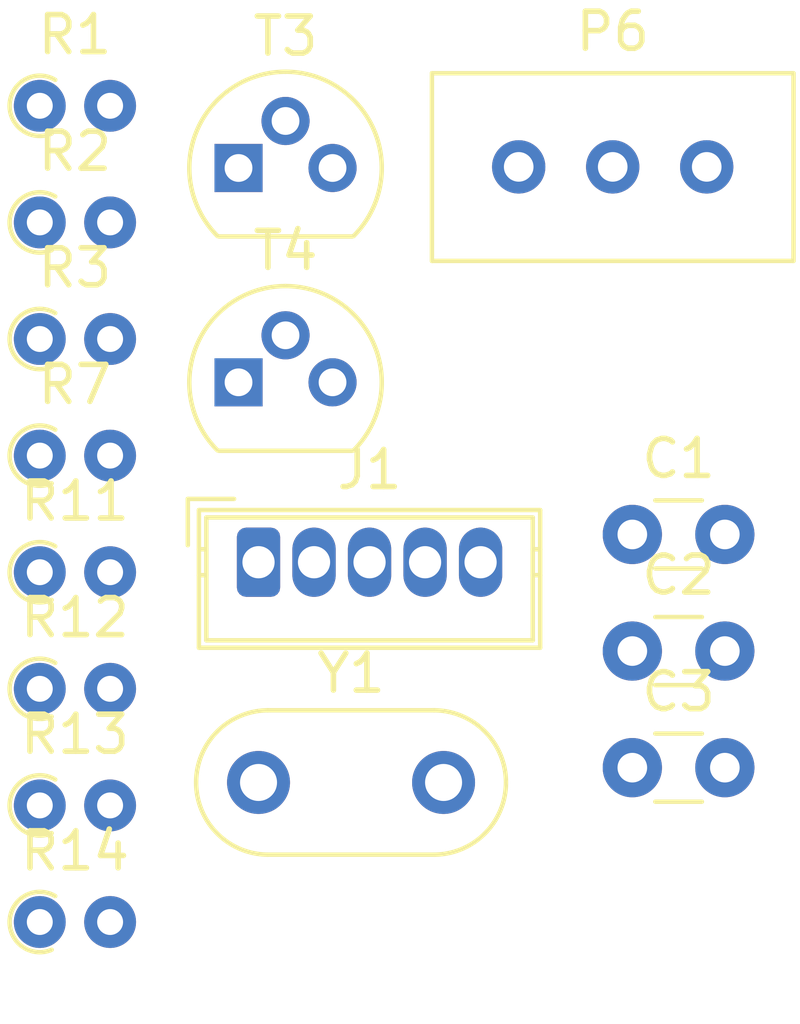
<source format=kicad_pcb>
(kicad_pcb (version 20221018) (generator pcbnew)
  (layers (0 "F.Cu" signal) (31 "B.Cu" signal) (34 "B.Paste" user) (35 "F.Paste" user) (36 "B.SilkS" user "B.Silkscreen") (37 "F.SilkS" user "F.Silkscreen") (38 "B.Mask" user) (39 "F.Mask" user) (44 "Edge.Cuts" user))
  (net 0 "")
  (net 1 "Net-(C1-Pad1)")
  (net 2 "Net-(J1-Pin_2)")
  (net 3 "Net-(C2-Pad1)")
  (net 4 "Net-(T3-B)")
  (net 5 "Net-(J1-Pin_1)")
  (net 6 "Net-(J1-Pin_3)")
  (net 7 "Net-(J1-Pin_4)")
  (net 8 "Net-(J1-Pin_5)")
  (net 10 "Net-(T3-E)")
  (footprint "Resistor_THT:R_Axial_DIN0204_L3.6mm_D1.6mm_P1.90mm_Vertical" (layer "F.Cu") (at 126.27 84.94)
    (fp_text reference "R3" (at 0.95 -1.92) (layer "F.SilkS"))
    (fp_text value "1k")
    (fp_arc (start 0.320095 0.749359) (mid -0.813042 -0.054435) (end 0.417133 -0.7) (stroke (width 0.12)) (layer "F.SilkS"))
    (pad "1" thru_hole circle (at 0 0) (size 1.4 1.4) (drill 0.7) (layers "*.Cu" "*.Mask") (net 3 "Net-(C2-Pad1)"))
    (pad "2" thru_hole oval (at 1.9 0) (size 1.4 1.4) (drill 0.7) (layers "*.Cu" "*.Mask") (net 4 "Net-(T3-B)"))
  )
  (footprint "Crystal:Resonator-2Pin_W8.0mm_H3.5mm" (layer "F.Cu") (at 132.18 96.92)
    (fp_text reference "Y1" (at 2.5 -2.95) (layer "F.SilkS"))
    (fp_text value "400 kH")
    (fp_line (start 0.25 -1.95) (end 4.75 -1.95) (stroke (width 0.12)) (layer "F.SilkS"))
    (fp_line (start 0.25 1.95) (end 4.75 1.95) (stroke (width 0.12)) (layer "F.SilkS"))
    (fp_arc (start 0.25 1.95) (mid -1.7 0) (end 0.25 -1.95) (stroke (width 0.12)) (layer "F.SilkS"))
    (fp_arc (start 4.75 -1.95) (mid 6.7 0) (end 4.75 1.95) (stroke (width 0.12)) (layer "F.SilkS"))
    (pad "1" thru_hole circle (at 0 0) (size 1.7 1.7) (drill 1) (layers "*.Cu" "*.Mask") (net 2 "Net-(J1-Pin_2)"))
    (pad "2" thru_hole circle (at 5 0) (size 1.7 1.7) (drill 1) (layers "*.Cu" "*.Mask") (net 4 "Net-(T3-B)"))
  )
  (footprint "Resistor_THT:R_Axial_DIN0204_L3.6mm_D1.6mm_P1.90mm_Vertical" (layer "F.Cu") (at 126.27 97.54)
    (fp_text reference "R13" (at 0.95 -1.92) (layer "F.SilkS"))
    (fp_text value "2k7")
    (fp_arc (start 0.320095 0.749359) (mid -0.813042 -0.054435) (end 0.417133 -0.7) (stroke (width 0.12)) (layer "F.SilkS"))
    (pad "1" thru_hole circle (at 0 0) (size 1.4 1.4) (drill 0.7) (layers "*.Cu" "*.Mask") (net 5 "Net-(J1-Pin_1)"))
    (pad "2" thru_hole oval (at 1.9 0) (size 1.4 1.4) (drill 0.7) (layers "*.Cu" "*.Mask") (net 7 "Net-(J1-Pin_4)"))
  )
  (footprint "Package_TO_SOT_THT:TO-92" (layer "F.Cu") (at 131.64 80.32)
    (fp_text reference "T3" (at 1.27 -3.56) (layer "F.SilkS"))
    (fp_text value "BC337")
    (fp_line (start -0.53 1.85) (end 3.07 1.85) (stroke (width 0.12)) (layer "F.SilkS"))
    (fp_arc (start -0.568478 1.838478) (mid -1.132087 -0.994977) (end 1.27 -2.6) (stroke (width 0.12)) (layer "F.SilkS"))
    (fp_arc (start 1.27 -2.6) (mid 3.672087 -0.994977) (end 3.108478 1.838478) (stroke (width 0.12)) (layer "F.SilkS"))
    (pad "1" thru_hole rect (at 0 0) (size 1.3 1.3) (drill 0.75) (layers "*.Cu" "*.Mask") (net 6 "Net-(J1-Pin_3)"))
    (pad "2" thru_hole circle (at 1.27 -1.27) (size 1.3 1.3) (drill 0.75) (layers "*.Cu" "*.Mask") (net 4 "Net-(T3-B)"))
    (pad "3" thru_hole circle (at 2.54 0) (size 1.3 1.3) (drill 0.75) (layers "*.Cu" "*.Mask") (net 10 "Net-(T3-E)"))
  )
  (footprint "Resistor_THT:R_Axial_DIN0204_L3.6mm_D1.6mm_P1.90mm_Vertical" (layer "F.Cu") (at 126.27 100.69)
    (fp_text reference "R14" (at 0.95 -1.92) (layer "F.SilkS"))
    (fp_text value "68R")
    (fp_arc (start 0.320095 0.749359) (mid -0.813042 -0.054435) (end 0.417133 -0.7) (stroke (width 0.12)) (layer "F.SilkS"))
    (pad "1" thru_hole circle (at 0 0) (size 1.4 1.4) (drill 0.7) (layers "*.Cu" "*.Mask") (net 8 "Net-(J1-Pin_5)"))
    (pad "2" thru_hole oval (at 1.9 0) (size 1.4 1.4) (drill 0.7) (layers "*.Cu" "*.Mask") (net 2 "Net-(J1-Pin_2)"))
  )
  (footprint "Connector_Wuerth:Wuerth_WR-WTB_64800511622_1x05_P1.50mm_Vertical" (layer "F.Cu") (at 132.18 90.97)
    (fp_text reference "J1" (at 3 -2.5) (layer "F.SilkS"))
    (fp_text value "Screw_Terminal_01x05")
    (fp_line (start -1.91 -1.71) (end -1.91 -0.46) (stroke (width 0.12)) (layer "F.SilkS"))
    (fp_line (start -1.61 -1.41) (end -1.61 2.31) (stroke (width 0.12)) (layer "F.SilkS"))
    (fp_line (start -1.61 -0.35) (end -1.41 -0.35) (stroke (width 0.12)) (layer "F.SilkS"))
    (fp_line (start -1.61 2.31) (end 7.61 2.31) (stroke (width 0.12)) (layer "F.SilkS"))
    (fp_line (start -1.41 -1.21) (end 7.41 -1.21) (stroke (width 0.12)) (layer "F.SilkS"))
    (fp_line (start -1.41 -0.35) (end -1.41 -1.21) (stroke (width 0.12)) (layer "F.SilkS"))
    (fp_line (start -1.41 -0.35) (end -1.41 0.35) (stroke (width 0.12)) (layer "F.SilkS"))
    (fp_line (start -1.41 0.35) (end -1.61 0.35) (stroke (width 0.12)) (layer "F.SilkS"))
    (fp_line (start -1.41 0.35) (end -1.41 2.11) (stroke (width 0.12)) (layer "F.SilkS"))
    (fp_line (start -1.41 2.11) (end 7.41 2.11) (stroke (width 0.12)) (layer "F.SilkS"))
    (fp_line (start -0.66 -1.71) (end -1.91 -1.71) (stroke (width 0.12)) (layer "F.SilkS"))
    (fp_line (start 7.41 -1.21) (end 7.41 -0.35) (stroke (width 0.12)) (layer "F.SilkS"))
    (fp_line (start 7.41 -0.35) (end 7.41 0.35) (stroke (width 0.12)) (layer "F.SilkS"))
    (fp_line (start 7.41 -0.35) (end 7.61 -0.35) (stroke (width 0.12)) (layer "F.SilkS"))
    (fp_line (start 7.41 0.35) (end 7.61 0.35) (stroke (width 0.12)) (layer "F.SilkS"))
    (fp_line (start 7.41 2.11) (end 7.41 0.35) (stroke (width 0.12)) (layer "F.SilkS"))
    (fp_line (start 7.61 -1.41) (end -1.61 -1.41) (stroke (width 0.12)) (layer "F.SilkS"))
    (fp_line (start 7.61 2.31) (end 7.61 -1.41) (stroke (width 0.12)) (layer "F.SilkS"))
    (pad "1" thru_hole roundrect (at 0 0) (size 1.17 1.87) (drill 0.87) (layers "*.Cu" "*.Mask") (roundrect_rratio 0.213675) (net 5 "Net-(J1-Pin_1)"))
    (pad "2" thru_hole oval (at 1.5 0) (size 1.17 1.87) (drill 0.87) (layers "*.Cu" "*.Mask") (net 2 "Net-(J1-Pin_2)"))
    (pad "3" thru_hole oval (at 3 0) (size 1.17 1.87) (drill 0.87) (layers "*.Cu" "*.Mask") (net 6 "Net-(J1-Pin_3)"))
    (pad "4" thru_hole oval (at 4.5 0) (size 1.17 1.87) (drill 0.87) (layers "*.Cu" "*.Mask") (net 7 "Net-(J1-Pin_4)"))
    (pad "5" thru_hole oval (at 6 0) (size 1.17 1.87) (drill 0.87) (layers "*.Cu" "*.Mask") (net 8 "Net-(J1-Pin_5)"))
  )
  (footprint "Resistor_THT:R_Axial_DIN0204_L3.6mm_D1.6mm_P1.90mm_Vertical" (layer "F.Cu") (at 126.27 88.09)
    (fp_text reference "R7" (at 0.95 -1.92) (layer "F.SilkS"))
    (fp_text value "33R")
    (fp_arc (start 0.320095 0.749359) (mid -0.813042 -0.054435) (end 0.417133 -0.7) (stroke (width 0.12)) (layer "F.SilkS"))
    (pad "1" thru_hole circle (at 0 0) (size 1.4 1.4) (drill 0.7) (layers "*.Cu" "*.Mask") (net 10 "Net-(T3-E)"))
    (pad "2" thru_hole oval (at 1.9 0) (size 1.4 1.4) (drill 0.7) (layers "*.Cu" "*.Mask") (net 2 "Net-(J1-Pin_2)"))
  )
  (footprint "Resistor_THT:R_Axial_DIN0204_L3.6mm_D1.6mm_P1.90mm_Vertical" (layer "F.Cu") (at 126.27 78.64)
    (fp_text reference "R1" (at 0.95 -1.92) (layer "F.SilkS"))
    (fp_text value "1k")
    (fp_arc (start 0.320095 0.749359) (mid -0.813042 -0.054435) (end 0.417133 -0.7) (stroke (width 0.12)) (layer "F.SilkS"))
    (pad "1" thru_hole circle (at 0 0) (size 1.4 1.4) (drill 0.7) (layers "*.Cu" "*.Mask") (net 6 "Net-(J1-Pin_3)"))
    (pad "2" thru_hole oval (at 1.9 0) (size 1.4 1.4) (drill 0.7) (layers "*.Cu" "*.Mask") (net 1 "Net-(C1-Pad1)"))
  )
  (footprint "Resistor_THT:R_Axial_DIN0204_L3.6mm_D1.6mm_P1.90mm_Vertical" (layer "F.Cu") (at 126.27 94.39)
    (fp_text reference "R12" (at 0.95 -1.92) (layer "F.SilkS"))
    (fp_text value "1k")
    (fp_arc (start 0.320095 0.749359) (mid -0.813042 -0.054435) (end 0.417133 -0.7) (stroke (width 0.12)) (layer "F.SilkS"))
    (pad "1" thru_hole circle (at 0 0) (size 1.4 1.4) (drill 0.7) (layers "*.Cu" "*.Mask") (net 5 "Net-(J1-Pin_1)"))
    (pad "2" thru_hole oval (at 1.9 0) (size 1.4 1.4) (drill 0.7) (layers "*.Cu" "*.Mask") (net 4 "Net-(T3-B)"))
  )
  (footprint "Resistor_THT:R_Axial_DIN0204_L3.6mm_D1.6mm_P1.90mm_Vertical" (layer "F.Cu") (at 126.27 91.24)
    (fp_text reference "R11" (at 0.95 -1.92) (layer "F.SilkS"))
    (fp_text value "1k")
    (fp_arc (start 0.320095 0.749359) (mid -0.813042 -0.054435) (end 0.417133 -0.7) (stroke (width 0.12)) (layer "F.SilkS"))
    (pad "1" thru_hole circle (at 0 0) (size 1.4 1.4) (drill 0.7) (layers "*.Cu" "*.Mask") (net 5 "Net-(J1-Pin_1)"))
    (pad "2" thru_hole oval (at 1.9 0) (size 1.4 1.4) (drill 0.7) (layers "*.Cu" "*.Mask") (net 6 "Net-(J1-Pin_3)"))
  )
  (footprint "Resistor_THT:R_Axial_DIN0204_L3.6mm_D1.6mm_P1.90mm_Vertical" (layer "F.Cu") (at 126.27 81.79)
    (fp_text reference "R2" (at 0.95 -1.92) (layer "F.SilkS"))
    (fp_text value "1k")
    (fp_arc (start 0.320095 0.749359) (mid -0.813042 -0.054435) (end 0.417133 -0.7) (stroke (width 0.12)) (layer "F.SilkS"))
    (pad "1" thru_hole circle (at 0 0) (size 1.4 1.4) (drill 0.7) (layers "*.Cu" "*.Mask") (net 1 "Net-(C1-Pad1)"))
    (pad "2" thru_hole oval (at 1.9 0) (size 1.4 1.4) (drill 0.7) (layers "*.Cu" "*.Mask") (net 3 "Net-(C2-Pad1)"))
  )
  (footprint "Capacitor_THT:C_Disc_D3.0mm_W1.6mm_P2.50mm" (layer "F.Cu") (at 142.28 96.52)
    (fp_text reference "C3" (at 1.25 -2.05) (layer "F.SilkS"))
    (fp_text value "C")
    (fp_line (start 0.621 -0.92) (end 1.879 -0.92) (stroke (width 0.12)) (layer "F.SilkS"))
    (fp_line (start 0.621 0.92) (end 1.879 0.92) (stroke (width 0.12)) (layer "F.SilkS"))
    (pad "1" thru_hole circle (at 0 0) (size 1.6 1.6) (drill 0.8) (layers "*.Cu" "*.Mask") (net 4 "Net-(T3-B)"))
    (pad "2" thru_hole circle (at 2.5 0) (size 1.6 1.6) (drill 0.8) (layers "*.Cu" "*.Mask") (net 2 "Net-(J1-Pin_2)"))
  )
  (footprint "Package_TO_SOT_THT:TO-92" (layer "F.Cu") (at 131.64 86.11)
    (fp_text reference "T4" (at 1.27 -3.56) (layer "F.SilkS"))
    (fp_text value "BC337")
    (fp_line (start -0.53 1.85) (end 3.07 1.85) (stroke (width 0.12)) (layer "F.SilkS"))
    (fp_arc (start -0.568478 1.838478) (mid -1.132087 -0.994977) (end 1.27 -2.6) (stroke (width 0.12)) (layer "F.SilkS"))
    (fp_arc (start 1.27 -2.6) (mid 3.672087 -0.994977) (end 3.108478 1.838478) (stroke (width 0.12)) (layer "F.SilkS"))
    (pad "1" thru_hole rect (at 0 0) (size 1.3 1.3) (drill 0.75) (layers "*.Cu" "*.Mask") (net 7 "Net-(J1-Pin_4)"))
    (pad "2" thru_hole circle (at 1.27 -1.27) (size 1.3 1.3) (drill 0.75) (layers "*.Cu" "*.Mask") (net 6 "Net-(J1-Pin_3)"))
    (pad "3" thru_hole circle (at 2.54 0) (size 1.3 1.3) (drill 0.75) (layers "*.Cu" "*.Mask") (net 8 "Net-(J1-Pin_5)"))
  )
  (footprint "Potentiometer_THT:Potentiometer_Bourns_3296W_Vertical" (layer "F.Cu") (at 144.29 80.29)
    (fp_text reference "P6" (at -2.54 -3.66) (layer "F.SilkS"))
    (fp_text value "100R")
    (fp_line (start -7.425 -2.53) (end -7.425 2.54) (stroke (width 0.12)) (layer "F.SilkS"))
    (fp_line (start -7.425 -2.53) (end 2.345 -2.53) (stroke (width 0.12)) (layer "F.SilkS"))
    (fp_line (start -7.425 2.54) (end 2.345 2.54) (stroke (width 0.12)) (layer "F.SilkS"))
    (fp_line (start 2.345 -2.53) (end 2.345 2.54) (stroke (width 0.12)) (layer "F.SilkS"))
    (pad "1" thru_hole circle (at 0 0) (size 1.44 1.44) (drill 0.8) (layers "*.Cu" "*.Mask"))
    (pad "2" thru_hole circle (at -2.54 0) (size 1.44 1.44) (drill 0.8) (layers "*.Cu" "*.Mask") (net 4 "Net-(T3-B)"))
    (pad "3" thru_hole circle (at -5.08 0) (size 1.44 1.44) (drill 0.8) (layers "*.Cu" "*.Mask") (net 2 "Net-(J1-Pin_2)"))
  )
  (footprint "Capacitor_THT:C_Disc_D3.0mm_W1.6mm_P2.50mm" (layer "F.Cu") (at 142.28 90.22)
    (fp_text reference "C1" (at 1.25 -2.05) (layer "F.SilkS"))
    (fp_text value "C")
    (fp_line (start 0.621 -0.92) (end 1.879 -0.92) (stroke (width 0.12)) (layer "F.SilkS"))
    (fp_line (start 0.621 0.92) (end 1.879 0.92) (stroke (width 0.12)) (layer "F.SilkS"))
    (pad "1" thru_hole circle (at 0 0) (size 1.6 1.6) (drill 0.8) (layers "*.Cu" "*.Mask") (net 1 "Net-(C1-Pad1)"))
    (pad "2" thru_hole circle (at 2.5 0) (size 1.6 1.6) (drill 0.8) (layers "*.Cu" "*.Mask") (net 2 "Net-(J1-Pin_2)"))
  )
  (footprint "Capacitor_THT:C_Disc_D3.0mm_W1.6mm_P2.50mm" (layer "F.Cu") (at 142.28 93.37)
    (fp_text reference "C2" (at 1.25 -2.05) (layer "F.SilkS"))
    (fp_text value "C")
    (fp_line (start 0.621 -0.92) (end 1.879 -0.92) (stroke (width 0.12)) (layer "F.SilkS"))
    (fp_line (start 0.621 0.92) (end 1.879 0.92) (stroke (width 0.12)) (layer "F.SilkS"))
    (pad "1" thru_hole circle (at 0 0) (size 1.6 1.6) (drill 0.8) (layers "*.Cu" "*.Mask") (net 3 "Net-(C2-Pad1)"))
    (pad "2" thru_hole circle (at 2.5 0) (size 1.6 1.6) (drill 0.8) (layers "*.Cu" "*.Mask") (net 2 "Net-(J1-Pin_2)"))
  )
)
</source>
